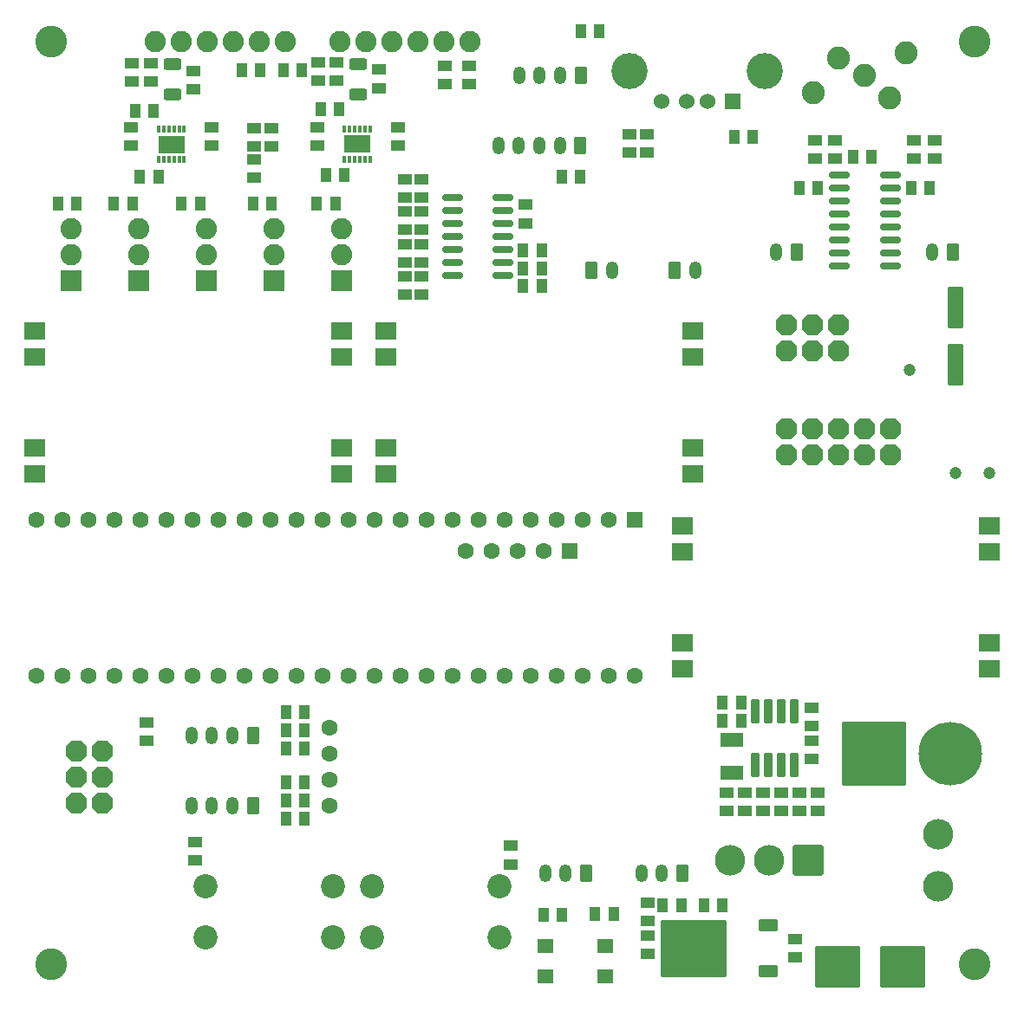
<source format=gts>
G04 #@! TF.GenerationSoftware,KiCad,Pcbnew,(6.0.8)*
G04 #@! TF.CreationDate,2022-11-23T15:29:44+01:00*
G04 #@! TF.ProjectId,Regbot,52656762-6f74-42e6-9b69-6361645f7063,v5.0*
G04 #@! TF.SameCoordinates,Original*
G04 #@! TF.FileFunction,Soldermask,Top*
G04 #@! TF.FilePolarity,Negative*
%FSLAX46Y46*%
G04 Gerber Fmt 4.6, Leading zero omitted, Abs format (unit mm)*
G04 Created by KiCad (PCBNEW (6.0.8)) date 2022-11-23 15:29:44*
%MOMM*%
%LPD*%
G01*
G04 APERTURE LIST*
G04 Aperture macros list*
%AMRoundRect*
0 Rectangle with rounded corners*
0 $1 Rounding radius*
0 $2 $3 $4 $5 $6 $7 $8 $9 X,Y pos of 4 corners*
0 Add a 4 corners polygon primitive as box body*
4,1,4,$2,$3,$4,$5,$6,$7,$8,$9,$2,$3,0*
0 Add four circle primitives for the rounded corners*
1,1,$1+$1,$2,$3*
1,1,$1+$1,$4,$5*
1,1,$1+$1,$6,$7*
1,1,$1+$1,$8,$9*
0 Add four rect primitives between the rounded corners*
20,1,$1+$1,$2,$3,$4,$5,0*
20,1,$1+$1,$4,$5,$6,$7,0*
20,1,$1+$1,$6,$7,$8,$9,0*
20,1,$1+$1,$8,$9,$2,$3,0*%
%AMFreePoly0*
4,1,25,0.448997,1.021996,0.461120,1.011642,1.011642,0.461120,1.040149,0.405172,1.041400,0.389278,1.041400,-0.389278,1.021996,-0.448997,1.011642,-0.461120,0.461120,-1.011642,0.405172,-1.040149,0.389278,-1.041400,-0.389278,-1.041400,-0.448997,-1.021996,-0.461120,-1.011642,-1.011642,-0.461120,-1.040149,-0.405172,-1.041400,-0.389278,-1.041400,0.389278,-1.021996,0.448997,-1.011642,0.461120,
-0.461120,1.011642,-0.405172,1.040149,-0.389278,1.041400,0.389278,1.041400,0.448997,1.021996,0.448997,1.021996,$1*%
G04 Aperture macros list end*
%ADD10C,3.100000*%
%ADD11RoundRect,0.101600X0.400000X0.600000X-0.400000X0.600000X-0.400000X-0.600000X0.400000X-0.600000X0*%
%ADD12R,0.300000X0.800000*%
%ADD13R,2.600000X1.800000*%
%ADD14RoundRect,0.101600X-0.600000X0.400000X-0.600000X-0.400000X0.600000X-0.400000X0.600000X0.400000X0*%
%ADD15RoundRect,0.250000X0.350000X0.625000X-0.350000X0.625000X-0.350000X-0.625000X0.350000X-0.625000X0*%
%ADD16O,1.200000X1.750000*%
%ADD17RoundRect,0.601600X0.000000X0.000000X0.000000X0.000000X0.000000X0.000000X0.000000X0.000000X0*%
%ADD18RoundRect,0.101600X0.600000X-0.400000X0.600000X0.400000X-0.600000X0.400000X-0.600000X-0.400000X0*%
%ADD19RoundRect,0.250000X-0.350000X-0.625000X0.350000X-0.625000X0.350000X0.625000X-0.350000X0.625000X0*%
%ADD20RoundRect,0.101600X-0.700000X0.600000X-0.700000X-0.600000X0.700000X-0.600000X0.700000X0.600000X0*%
%ADD21RoundRect,0.101600X-0.400000X-0.600000X0.400000X-0.600000X0.400000X0.600000X-0.400000X0.600000X0*%
%ADD22RoundRect,0.101600X0.939800X-0.939800X0.939800X0.939800X-0.939800X0.939800X-0.939800X-0.939800X0*%
%ADD23C,2.082800*%
%ADD24R,2.000000X1.800000*%
%ADD25RoundRect,0.101600X1.387500X-1.387500X1.387500X1.387500X-1.387500X1.387500X-1.387500X-1.387500X0*%
%ADD26C,2.978200*%
%ADD27R,1.600000X1.600000*%
%ADD28C,1.600000*%
%ADD29C,2.362200*%
%ADD30RoundRect,0.250000X-0.625000X0.312500X-0.625000X-0.312500X0.625000X-0.312500X0.625000X0.312500X0*%
%ADD31RoundRect,0.101600X-1.000000X0.600000X-1.000000X-0.600000X1.000000X-0.600000X1.000000X0.600000X0*%
%ADD32C,2.250000*%
%ADD33RoundRect,0.101600X-2.120900X-1.905000X2.120900X-1.905000X2.120900X1.905000X-2.120900X1.905000X0*%
%ADD34R,1.524000X1.524000*%
%ADD35C,1.524000*%
%ADD36C,3.530000*%
%ADD37FreePoly0,0.000000*%
%ADD38RoundRect,0.101600X0.300000X1.100000X-0.300000X1.100000X-0.300000X-1.100000X0.300000X-1.100000X0*%
%ADD39RoundRect,0.101600X-2.999993X2.999993X-2.999993X-2.999993X2.999993X-2.999993X2.999993X2.999993X0*%
%ADD40C,6.203187*%
%ADD41RoundRect,0.101600X0.800000X-0.500000X0.800000X0.500000X-0.800000X0.500000X-0.800000X-0.500000X0*%
%ADD42RoundRect,0.101600X3.100000X-2.700000X3.100000X2.700000X-3.100000X2.700000X-3.100000X-2.700000X0*%
%ADD43RoundRect,0.150000X-0.825000X-0.150000X0.825000X-0.150000X0.825000X0.150000X-0.825000X0.150000X0*%
%ADD44RoundRect,0.150000X0.850000X0.150000X-0.850000X0.150000X-0.850000X-0.150000X0.850000X-0.150000X0*%
%ADD45FreePoly0,270.000000*%
%ADD46RoundRect,0.101600X-0.700000X1.906400X-0.700000X-1.906400X0.700000X-1.906400X0.700000X1.906400X0*%
G04 APERTURE END LIST*
D10*
X193586100Y-150088600D03*
D11*
X155128800Y-73202800D03*
X153328800Y-73202800D03*
D12*
X132100000Y-71477000D03*
X132600000Y-71477000D03*
X133100000Y-71477000D03*
X133600000Y-71477000D03*
X134100000Y-71477000D03*
X134600000Y-71477000D03*
X134600000Y-68477000D03*
X134100000Y-68477000D03*
X133600000Y-68477000D03*
X133100000Y-68477000D03*
X132600000Y-68477000D03*
X132100000Y-68477000D03*
D13*
X133350000Y-69977000D03*
D14*
X178308000Y-133339000D03*
X178308000Y-135139000D03*
D15*
X176260000Y-80560000D03*
D16*
X174260000Y-80560000D03*
D11*
X124979000Y-75819000D03*
X123179000Y-75819000D03*
D14*
X111353600Y-62041200D03*
X111353600Y-63841200D03*
X129413000Y-68315000D03*
X129413000Y-70115000D03*
D17*
X191770000Y-102108000D03*
D18*
X131318000Y-63790400D03*
X131318000Y-61990400D03*
X137987000Y-75195000D03*
X137987000Y-73395000D03*
D14*
X119136100Y-68315000D03*
X119136100Y-70115000D03*
X111262100Y-68315000D03*
X111262100Y-70115000D03*
D19*
X164338000Y-82338000D03*
D16*
X166338000Y-82338000D03*
D20*
X151676100Y-148334600D03*
X151676100Y-151334600D03*
D21*
X126404800Y-134112000D03*
X128204800Y-134112000D03*
D19*
X156210000Y-82346800D03*
D16*
X158210000Y-82346800D03*
D14*
X174752000Y-133350000D03*
X174752000Y-135150000D03*
D10*
X103416100Y-59918600D03*
D18*
X176060100Y-149464600D03*
X176060100Y-147664600D03*
D22*
X131826000Y-83312000D03*
D23*
X131826000Y-80772000D03*
X131826000Y-78232000D03*
D24*
X166130000Y-99710000D03*
X166130000Y-102250000D03*
X166130000Y-88250000D03*
X166130000Y-90790000D03*
X136130000Y-102250000D03*
X136130000Y-99710000D03*
X136130000Y-88250000D03*
X136130000Y-90790000D03*
D18*
X123266200Y-70242000D03*
X123266200Y-68442000D03*
D25*
X177330100Y-139928600D03*
D26*
X173520100Y-139928600D03*
X169710100Y-139928600D03*
X190030100Y-142468600D03*
X190030100Y-137388600D03*
D27*
X160401000Y-106680000D03*
D28*
X157861000Y-106680000D03*
X155321000Y-106680000D03*
X152781000Y-106680000D03*
X150241000Y-106680000D03*
X147701000Y-106680000D03*
X145161000Y-106680000D03*
X142621000Y-106680000D03*
X140081000Y-106680000D03*
X137541000Y-106680000D03*
X135001000Y-106680000D03*
X132461000Y-106680000D03*
X129921000Y-106680000D03*
X127381000Y-106680000D03*
X124841000Y-106680000D03*
X122301000Y-106680000D03*
X119761000Y-106680000D03*
X117221000Y-106680000D03*
X114681000Y-106680000D03*
X112141000Y-106680000D03*
X109601000Y-106680000D03*
X107061000Y-106680000D03*
X104521000Y-106680000D03*
X101981000Y-106680000D03*
X101981000Y-121920000D03*
X104521000Y-121920000D03*
X107061000Y-121920000D03*
X109601000Y-121920000D03*
X112141000Y-121920000D03*
X114681000Y-121920000D03*
X117221000Y-121920000D03*
X119761000Y-121920000D03*
X122301000Y-121920000D03*
X124841000Y-121920000D03*
X127381000Y-121920000D03*
X129921000Y-121920000D03*
X132461000Y-121920000D03*
X135001000Y-121920000D03*
X137541000Y-121920000D03*
X140081000Y-121920000D03*
X142621000Y-121920000D03*
X145161000Y-121920000D03*
X147701000Y-121920000D03*
X150241000Y-121920000D03*
X152781000Y-121920000D03*
X155321000Y-121920000D03*
X157861000Y-121920000D03*
X160401000Y-121920000D03*
D27*
X154101800Y-109730800D03*
D28*
X151561800Y-109730800D03*
X149021800Y-109730800D03*
X146481800Y-109730800D03*
X143941800Y-109730800D03*
D14*
X129489200Y-61976000D03*
X129489200Y-63776000D03*
D21*
X170143600Y-69240400D03*
X171943600Y-69240400D03*
D29*
X147258100Y-147508600D03*
X134758100Y-147508600D03*
X147258100Y-142508600D03*
X134758100Y-142508600D03*
D18*
X177673000Y-130059000D03*
X177673000Y-128259000D03*
D14*
X172974000Y-133339000D03*
X172974000Y-135139000D03*
X139638000Y-79745000D03*
X139638000Y-81545000D03*
D30*
X115265200Y-62189900D03*
X115265200Y-65114900D03*
D31*
X169926000Y-128194000D03*
X169926000Y-131394000D03*
D32*
X186944000Y-61087000D03*
X185344000Y-65487000D03*
X182844000Y-63287000D03*
X177844000Y-64987000D03*
X180344000Y-61587000D03*
D15*
X123142000Y-134662000D03*
D16*
X121142000Y-134662000D03*
X119142000Y-134662000D03*
X117142000Y-134662000D03*
D14*
X117475000Y-138165000D03*
X117475000Y-139965000D03*
D15*
X155130000Y-70146000D03*
D16*
X153130000Y-70146000D03*
X151130000Y-70146000D03*
X149130000Y-70146000D03*
X147130000Y-70146000D03*
D15*
X191484000Y-80518000D03*
D16*
X189484000Y-80518000D03*
D11*
X123874100Y-62738000D03*
X122074100Y-62738000D03*
D21*
X130291000Y-73025000D03*
X132091000Y-73025000D03*
D11*
X111390000Y-75819000D03*
X109590000Y-75819000D03*
D33*
X180251100Y-150342600D03*
X186626500Y-150342600D03*
D21*
X169026000Y-126365000D03*
X170826000Y-126365000D03*
D34*
X170027600Y-65836800D03*
D35*
X167527600Y-65836800D03*
X165527600Y-65836800D03*
X163027600Y-65836800D03*
D36*
X159957600Y-62836800D03*
X173097600Y-62836800D03*
D18*
X149758400Y-77709600D03*
X149758400Y-75909600D03*
D22*
X112014000Y-83312000D03*
D23*
X112014000Y-80772000D03*
X112014000Y-78232000D03*
D14*
X189738000Y-69585000D03*
X189738000Y-71385000D03*
X187706000Y-69585000D03*
X187706000Y-71385000D03*
D24*
X195086000Y-118760000D03*
X195086000Y-121300000D03*
X195086000Y-109840000D03*
X195086000Y-107300000D03*
X165086000Y-118760000D03*
X165086000Y-121300000D03*
X165086000Y-107300000D03*
X165086000Y-109840000D03*
D21*
X149533000Y-80391000D03*
X151333000Y-80391000D03*
D20*
X157518100Y-148334600D03*
X157518100Y-151334600D03*
D30*
X133400800Y-62189900D03*
X133400800Y-65114900D03*
D14*
X148336000Y-138557000D03*
X148336000Y-140357000D03*
D11*
X169011600Y-144373600D03*
X167211600Y-144373600D03*
D22*
X105410000Y-83312000D03*
D23*
X105410000Y-80772000D03*
X105410000Y-78232000D03*
D37*
X175260000Y-90170000D03*
X175260000Y-87630000D03*
X177800000Y-90170000D03*
X177800000Y-87630000D03*
X180340000Y-90170000D03*
X180340000Y-87630000D03*
D18*
X177673000Y-126884000D03*
X177673000Y-125084000D03*
D11*
X131202000Y-75819000D03*
X129402000Y-75819000D03*
X183576800Y-71221600D03*
X181776800Y-71221600D03*
D18*
X139638000Y-84720000D03*
X139638000Y-82920000D03*
D11*
X178319000Y-74295000D03*
X176519000Y-74295000D03*
D29*
X131002100Y-147508600D03*
X118502100Y-147508600D03*
X131002100Y-142508600D03*
X118502100Y-142508600D03*
D15*
X155146000Y-63288000D03*
D16*
X153146000Y-63288000D03*
X151146000Y-63288000D03*
X149146000Y-63288000D03*
D21*
X169026000Y-124587000D03*
X170826000Y-124587000D03*
D15*
X123142000Y-127804000D03*
D16*
X121142000Y-127804000D03*
X119142000Y-127804000D03*
X117142000Y-127804000D03*
D21*
X151538100Y-145262600D03*
X153338100Y-145262600D03*
D11*
X117994000Y-75819000D03*
X116194000Y-75819000D03*
D21*
X126404800Y-132334000D03*
X128204800Y-132334000D03*
D38*
X176022000Y-125416000D03*
X174752000Y-125416000D03*
X173482000Y-125416000D03*
X172212000Y-125416000D03*
X172212000Y-130616000D03*
X173482000Y-130616000D03*
X174752000Y-130616000D03*
X176022000Y-130616000D03*
D21*
X163184000Y-144399000D03*
X164984000Y-144399000D03*
D23*
X131610100Y-59918600D03*
X134150100Y-59918600D03*
X136690100Y-59918600D03*
X139230100Y-59918600D03*
X141770100Y-59918600D03*
X144310100Y-59918600D03*
D10*
X103416100Y-150088600D03*
D39*
X183794400Y-129540000D03*
D40*
X191294409Y-129540000D03*
D14*
X169418000Y-133339000D03*
X169418000Y-135139000D03*
D41*
X173494100Y-150844600D03*
X173494100Y-146284600D03*
D42*
X166194100Y-148564600D03*
D14*
X144272000Y-62346000D03*
X144272000Y-64146000D03*
D12*
X113949100Y-71502400D03*
X114449100Y-71502400D03*
X114949100Y-71502400D03*
X115449100Y-71502400D03*
X115949100Y-71502400D03*
X116449100Y-71502400D03*
X116449100Y-68502400D03*
X115949100Y-68502400D03*
X115449100Y-68502400D03*
X114949100Y-68502400D03*
X114449100Y-68502400D03*
X113949100Y-68502400D03*
D13*
X115199100Y-70002400D03*
D21*
X126404800Y-135890000D03*
X128204800Y-135890000D03*
D18*
X137987000Y-81545000D03*
X137987000Y-79745000D03*
D14*
X137987000Y-82920000D03*
X137987000Y-84720000D03*
X139638000Y-76570000D03*
X139638000Y-78370000D03*
D11*
X105929000Y-75819000D03*
X104129000Y-75819000D03*
D17*
X195072000Y-102108000D03*
D18*
X171196000Y-135139000D03*
X171196000Y-133339000D03*
D28*
X130671100Y-127000000D03*
X130671100Y-129540000D03*
X130671100Y-132080000D03*
X130671100Y-134620000D03*
D21*
X112130000Y-73152000D03*
X113930000Y-73152000D03*
D14*
X141859000Y-62346000D03*
X141859000Y-64146000D03*
D21*
X126404800Y-125526800D03*
X128204800Y-125526800D03*
D10*
X193586100Y-59918600D03*
D17*
X187248800Y-92049600D03*
D21*
X126138100Y-62738000D03*
X127938100Y-62738000D03*
D14*
X139638000Y-73395000D03*
X139638000Y-75195000D03*
D11*
X113472800Y-66700400D03*
X111672800Y-66700400D03*
D24*
X131840000Y-99710000D03*
X131840000Y-102250000D03*
X131840000Y-90790000D03*
X131840000Y-88250000D03*
X101840000Y-99710000D03*
X101840000Y-102250000D03*
X101840000Y-90790000D03*
X101840000Y-88250000D03*
D21*
X126404800Y-129082800D03*
X128204800Y-129082800D03*
D14*
X124917200Y-68442000D03*
X124917200Y-70242000D03*
X137287000Y-68315000D03*
X137287000Y-70115000D03*
D21*
X187441000Y-74295000D03*
X189241000Y-74295000D03*
D11*
X158380000Y-145237200D03*
X156580000Y-145237200D03*
D22*
X118618000Y-83312000D03*
D23*
X118618000Y-80772000D03*
X118618000Y-78232000D03*
D18*
X159918400Y-70800800D03*
X159918400Y-69000800D03*
D22*
X125222000Y-83312000D03*
D23*
X125222000Y-80772000D03*
X125222000Y-78232000D03*
D43*
X142624000Y-75184000D03*
X142624000Y-76454000D03*
X142624000Y-77724000D03*
X142624000Y-78994000D03*
X142624000Y-80264000D03*
X142624000Y-81534000D03*
X142624000Y-82804000D03*
X147574000Y-82804000D03*
X147574000Y-81534000D03*
X147574000Y-80264000D03*
X147574000Y-78994000D03*
X147574000Y-77724000D03*
X147574000Y-76454000D03*
X147574000Y-75184000D03*
D23*
X113576100Y-59918600D03*
X116116100Y-59918600D03*
X118656100Y-59918600D03*
X121196100Y-59918600D03*
X123736100Y-59918600D03*
X126276100Y-59918600D03*
D18*
X161645600Y-70800800D03*
X161645600Y-69000800D03*
D44*
X185380000Y-81915000D03*
X185380000Y-80645000D03*
X185380000Y-79375000D03*
X185380000Y-78105000D03*
X185380000Y-76835000D03*
X185380000Y-75565000D03*
X185380000Y-74295000D03*
X185380000Y-73025000D03*
X180380000Y-73025000D03*
X180380000Y-74295000D03*
X180380000Y-75565000D03*
X180380000Y-76835000D03*
X180380000Y-78105000D03*
X180380000Y-79375000D03*
X180380000Y-80645000D03*
X180380000Y-81915000D03*
D15*
X155702000Y-141224000D03*
D16*
X153702000Y-141224000D03*
X151702000Y-141224000D03*
D18*
X112776000Y-128281000D03*
X112776000Y-126481000D03*
X117297200Y-64603200D03*
X117297200Y-62803200D03*
D11*
X131594000Y-66598800D03*
X129794000Y-66598800D03*
D21*
X126404800Y-127304800D03*
X128204800Y-127304800D03*
D18*
X161671000Y-149109000D03*
X161671000Y-147309000D03*
X135432800Y-64501600D03*
X135432800Y-62701600D03*
X179984400Y-71410400D03*
X179984400Y-69610400D03*
X176530000Y-135150000D03*
X176530000Y-133350000D03*
D37*
X175260000Y-100330000D03*
X175260000Y-97790000D03*
X177800000Y-100330000D03*
X177800000Y-97790000D03*
X180340000Y-100330000D03*
X180340000Y-97790000D03*
X182880000Y-100330000D03*
X182880000Y-97790000D03*
X185420000Y-100330000D03*
X185420000Y-97790000D03*
D15*
X165100000Y-141224000D03*
D16*
X163100000Y-141224000D03*
X161100000Y-141224000D03*
D45*
X105918000Y-129286000D03*
X108458000Y-129286000D03*
X105918000Y-131826000D03*
X108458000Y-131826000D03*
X105918000Y-134366000D03*
X108458000Y-134366000D03*
D18*
X137987000Y-78370000D03*
X137987000Y-76570000D03*
D46*
X191770000Y-91554000D03*
X191770000Y-85992000D03*
D18*
X161671000Y-145934000D03*
X161671000Y-144134000D03*
D14*
X178054000Y-69585000D03*
X178054000Y-71385000D03*
D21*
X149533000Y-83820000D03*
X151333000Y-83820000D03*
D14*
X123266200Y-71490000D03*
X123266200Y-73290000D03*
D11*
X151333000Y-82169000D03*
X149533000Y-82169000D03*
D21*
X155194000Y-58928000D03*
X156994000Y-58928000D03*
D18*
X113182400Y-63841200D03*
X113182400Y-62041200D03*
M02*

</source>
